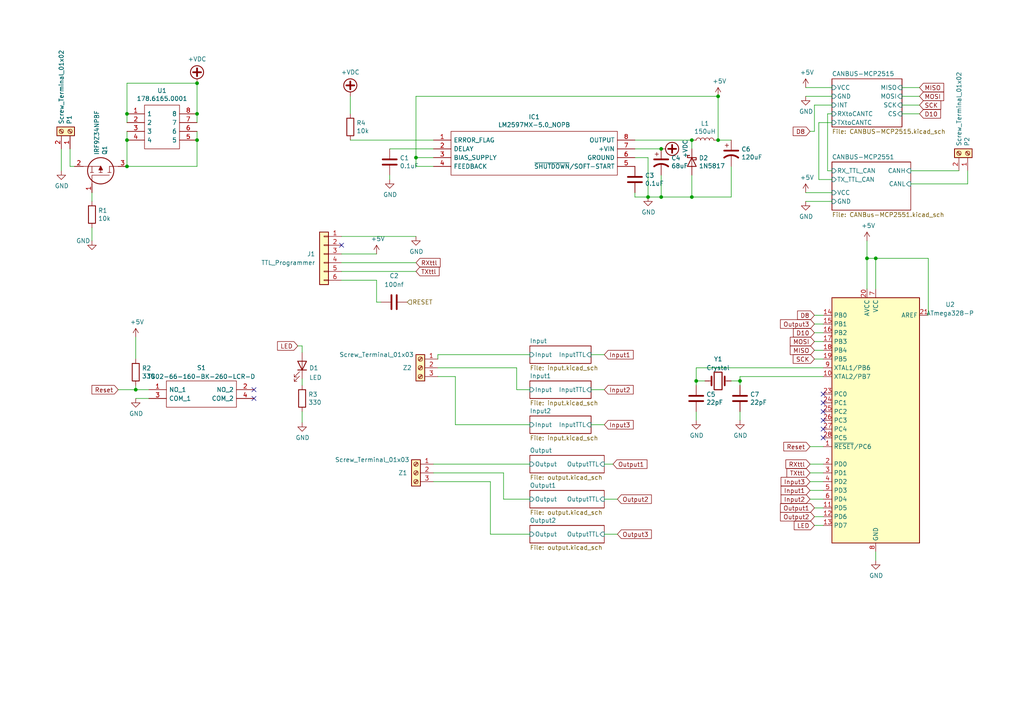
<source format=kicad_sch>
(kicad_sch (version 20231120) (generator "eeschema") (generator_version "8.0")
  (paper "A4")
  (lib_symbols
    (symbol "Connector:Screw_Terminal_01x02" (pin_names (offset 1.016) hide)
      (property "Reference" "J" (at 0 2.54 0))
      (property "Value" "Screw_Terminal_01x02" (at 0 -5.08 0))
      (symbol "Screw_Terminal_01x02_1_1"
        (rectangle (start -1.27 1.27) (end 1.27 -3.81) (stroke (width 0.254)) (fill (type background)))
        (circle (center 0 -2.54) (radius 0.635) (stroke (width 0.1524)))
        (polyline (pts (xy -0.5334 -2.2098) (xy 0.3302 -3.048)) (stroke (width 0.1524)))
        (polyline (pts (xy -0.5334 0.3302) (xy 0.3302 -0.508)) (stroke (width 0.1524)))
        (polyline (pts (xy -0.3556 -2.032) (xy 0.508 -2.8702)) (stroke (width 0.1524)))
        (polyline (pts (xy -0.3556 0.508) (xy 0.508 -0.3302)) (stroke (width 0.1524)))
        (circle (center 0 0) (radius 0.635) (stroke (width 0.1524)))
        (pin passive line (at -5.08 0 0) (length 3.81) (name "Pin_1") (number "1"))
        (pin passive line (at -5.08 -2.54 0) (length 3.81) (name "Pin_2") (number "2"))
      )
    )
    (symbol "Connector:Screw_Terminal_01x03" (pin_names (offset 1.016) hide)
      (property "Reference" "J" (at 0 5.08 0))
      (property "Value" "Screw_Terminal_01x03" (at 0 -5.08 0))
      (symbol "Screw_Terminal_01x03_1_1"
        (rectangle (start -1.27 3.81) (end 1.27 -3.81) (stroke (width 0.254)) (fill (type background)))
        (circle (center 0 -2.54) (radius 0.635) (stroke (width 0.1524)))
        (polyline (pts (xy -0.5334 -2.2098) (xy 0.3302 -3.048)) (stroke (width 0.1524)))
        (polyline (pts (xy -0.5334 0.3302) (xy 0.3302 -0.508)) (stroke (width 0.1524)))
        (polyline (pts (xy -0.5334 2.8702) (xy 0.3302 2.032)) (stroke (width 0.1524)))
        (polyline (pts (xy -0.3556 -2.032) (xy 0.508 -2.8702)) (stroke (width 0.1524)))
        (polyline (pts (xy -0.3556 0.508) (xy 0.508 -0.3302)) (stroke (width 0.1524)))
        (polyline (pts (xy -0.3556 3.048) (xy 0.508 2.2098)) (stroke (width 0.1524)))
        (circle (center 0 0) (radius 0.635) (stroke (width 0.1524)))
        (circle (center 0 2.54) (radius 0.635) (stroke (width 0.1524)))
        (pin passive line (at -5.08 2.54 0) (length 3.81) (name "Pin_1") (number "1"))
        (pin passive line (at -5.08 0 0) (length 3.81) (name "Pin_2") (number "2"))
        (pin passive line (at -5.08 -2.54 0) (length 3.81) (name "Pin_3") (number "3"))
      )
    )
    (symbol "Connector_Generic:Conn_01x06" (pin_names (offset 1.016) hide)
      (property "Reference" "J" (at 0 7.62 0))
      (property "Value" "Conn_01x06" (at 0 -10.16 0))
      (symbol "Conn_01x06_1_1"
        (rectangle (start -1.27 -7.493) (end 0 -7.747) (stroke (width 0.1524)))
        (rectangle (start -1.27 -4.953) (end 0 -5.207) (stroke (width 0.1524)))
        (rectangle (start -1.27 -2.413) (end 0 -2.667) (stroke (width 0.1524)))
        (rectangle (start -1.27 0.127) (end 0 -0.127) (stroke (width 0.1524)))
        (rectangle (start -1.27 2.667) (end 0 2.413) (stroke (width 0.1524)))
        (rectangle (start -1.27 5.207) (end 0 4.953) (stroke (width 0.1524)))
        (rectangle (start -1.27 6.35) (end 1.27 -8.89) (stroke (width 0.254)) (fill (type background)))
        (pin passive line (at -5.08 5.08 0) (length 3.81) (name "Pin_1") (number "1"))
        (pin passive line (at -5.08 2.54 0) (length 3.81) (name "Pin_2") (number "2"))
        (pin passive line (at -5.08 0 0) (length 3.81) (name "Pin_3") (number "3"))
        (pin passive line (at -5.08 -2.54 0) (length 3.81) (name "Pin_4") (number "4"))
        (pin passive line (at -5.08 -5.08 0) (length 3.81) (name "Pin_5") (number "5"))
        (pin passive line (at -5.08 -7.62 0) (length 3.81) (name "Pin_6") (number "6"))
      )
    )
    (symbol "Device:C" (pin_numbers hide) (pin_names (offset 0.254))
      (property "Reference" "C" (at 0.635 2.54 0))
      (property "Value" "C" (at 0.635 -2.54 0))
      (symbol "C_0_1"
        (polyline (pts (xy -2.032 -0.762) (xy 2.032 -0.762)) (stroke (width 0.508)))
        (polyline (pts (xy -2.032 0.762) (xy 2.032 0.762)) (stroke (width 0.508)))
      )
      (symbol "C_1_1"
        (pin passive line (at 0 3.81 270) (length 2.794) (name "~") (number "1"))
        (pin passive line (at 0 -3.81 90) (length 2.794) (name "~") (number "2"))
      )
    )
    (symbol "Device:CP1" (pin_numbers hide) (pin_names (offset 0.254) hide)
      (property "Reference" "C" (at 0.635 2.54 0))
      (property "Value" "Device_CP1" (at 0.635 -2.54 0))
      (symbol "CP1_0_1"
        (polyline (pts (xy -2.032 0.762) (xy 2.032 0.762)) (stroke (width 0.508)))
        (polyline (pts (xy -1.778 2.286) (xy -0.762 2.286)))
        (polyline (pts (xy -1.27 1.778) (xy -1.27 2.794)))
        (arc (start 2.032 -1.27) (mid 0 -0.5572) (end -2.032 -1.27) (stroke (width 0.508)))
      )
      (symbol "CP1_1_1"
        (pin passive line (at 0 3.81 270) (length 2.794) (name "~") (number "1"))
        (pin passive line (at 0 -3.81 90) (length 3.302) (name "~") (number "2"))
      )
    )
    (symbol "Device:Crystal" (pin_numbers hide) (pin_names (offset 1.016) hide)
      (property "Reference" "Y" (at 0 3.81 0))
      (property "Value" "Crystal" (at 0 -3.81 0))
      (symbol "Crystal_0_1"
        (rectangle (start -1.143 2.54) (end 1.143 -2.54) (stroke (width 0.3048)))
        (polyline (pts (xy -2.54 0) (xy -1.905 0)))
        (polyline (pts (xy -1.905 -1.27) (xy -1.905 1.27)) (stroke (width 0.508)))
        (polyline (pts (xy 1.905 -1.27) (xy 1.905 1.27)) (stroke (width 0.508)))
        (polyline (pts (xy 2.54 0) (xy 1.905 0)))
      )
      (symbol "Crystal_1_1"
        (pin passive line (at -3.81 0 0) (length 1.27) (name "1") (number "1"))
        (pin passive line (at 3.81 0 180) (length 1.27) (name "2") (number "2"))
      )
    )
    (symbol "Device:L" (pin_numbers hide) (pin_names (offset 1.016) hide)
      (property "Reference" "L" (at -1.27 0 90))
      (property "Value" "L" (at 1.905 0 90))
      (symbol "L_0_1"
        (arc (start 0 -2.54) (mid 0.6323 -1.905) (end 0 -1.27))
        (arc (start 0 -1.27) (mid 0.6323 -0.635) (end 0 0))
        (arc (start 0 0) (mid 0.6323 0.635) (end 0 1.27))
        (arc (start 0 1.27) (mid 0.6323 1.905) (end 0 2.54))
      )
      (symbol "L_1_1"
        (pin passive line (at 0 3.81 270) (length 1.27) (name "1") (number "1"))
        (pin passive line (at 0 -3.81 90) (length 1.27) (name "2") (number "2"))
      )
    )
    (symbol "Device:LED" (pin_numbers hide) (pin_names (offset 1.016) hide)
      (property "Reference" "D" (at 0 2.54 0))
      (property "Value" "LED" (at 0 -2.54 0))
      (symbol "LED_0_1"
        (polyline (pts (xy -1.27 -1.27) (xy -1.27 1.27)) (stroke (width 0.254)))
        (polyline (pts (xy -1.27 0) (xy 1.27 0)))
        (polyline (pts (xy 1.27 -1.27) (xy 1.27 1.27) (xy -1.27 0) (xy 1.27 -1.27)) (stroke (width 0.254)))
        (polyline (pts (xy -3.048 -0.762) (xy -4.572 -2.286) (xy -3.81 -2.286) (xy -4.572 -2.286) (xy -4.572 -1.524)))
        (polyline (pts (xy -1.778 -0.762) (xy -3.302 -2.286) (xy -2.54 -2.286) (xy -3.302 -2.286) (xy -3.302 -1.524)))
      )
      (symbol "LED_1_1"
        (pin passive line (at -3.81 0 0) (length 2.54) (name "K") (number "1"))
        (pin passive line (at 3.81 0 180) (length 2.54) (name "A") (number "2"))
      )
    )
    (symbol "Device:R" (pin_numbers hide) (pin_names (offset 0))
      (property "Reference" "R" (at 2.032 0 90))
      (property "Value" "R" (at 0 0 90))
      (symbol "R_0_1"
        (rectangle (start -1.016 -2.54) (end 1.016 2.54) (stroke (width 0.254)))
      )
      (symbol "R_1_1"
        (pin passive line (at 0 3.81 270) (length 1.27) (name "~") (number "1"))
        (pin passive line (at 0 -3.81 90) (length 1.27) (name "~") (number "2"))
      )
    )
    (symbol "Diode:1N5817" (pin_numbers hide) (pin_names (offset 1.016) hide)
      (property "Reference" "D" (at 0 2.54 0))
      (property "Value" "1N5817" (at 0 -2.54 0))
      (symbol "1N5817_0_1"
        (polyline (pts (xy 1.27 0) (xy -1.27 0)))
        (polyline (pts (xy 1.27 1.27) (xy 1.27 -1.27) (xy -1.27 0) (xy 1.27 1.27)) (stroke (width 0.254)))
        (polyline (pts (xy -1.905 0.635) (xy -1.905 1.27) (xy -1.27 1.27) (xy -1.27 -1.27) (xy -0.635 -1.27) (xy -0.635 -0.635)) (stroke (width 0.254)))
      )
      (symbol "1N5817_1_1"
        (pin passive line (at -3.81 0 0) (length 2.54) (name "K") (number "1"))
        (pin passive line (at 3.81 0 180) (length 2.54) (name "A") (number "2"))
      )
    )
    (symbol "MCU_Microchip_ATmega:ATmega328-P"
      (property "Reference" "U" (at -12.7 36.83 0))
      (property "Value" "ATmega328-P" (at 2.54 -36.83 0))
      (symbol "ATmega328-P_0_1"
        (rectangle (start -12.7 -35.56) (end 12.7 35.56) (stroke (width 0.254)) (fill (type background)))
      )
      (symbol "ATmega328-P_1_1"
        (pin bidirectional line (at 15.24 -7.62 180) (length 2.54) (name "~{RESET}/PC6") (number "1"))
        (pin bidirectional line (at 15.24 12.7 180) (length 2.54) (name "XTAL2/PB7") (number "10"))
        (pin bidirectional line (at 15.24 -25.4 180) (length 2.54) (name "PD5") (number "11"))
        (pin bidirectional line (at 15.24 -27.94 180) (length 2.54) (name "PD6") (number "12"))
        (pin bidirectional line (at 15.24 -30.48 180) (length 2.54) (name "PD7") (number "13"))
        (pin bidirectional line (at 15.24 30.48 180) (length 2.54) (name "PB0") (number "14"))
        (pin bidirectional line (at 15.24 27.94 180) (length 2.54) (name "PB1") (number "15"))
        (pin bidirectional line (at 15.24 25.4 180) (length 2.54) (name "PB2") (number "16"))
        (pin bidirectional line (at 15.24 22.86 180) (length 2.54) (name "PB3") (number "17"))
        (pin bidirectional line (at 15.24 20.32 180) (length 2.54) (name "PB4") (number "18"))
        (pin bidirectional line (at 15.24 17.78 180) (length 2.54) (name "PB5") (number "19"))
        (pin bidirectional line (at 15.24 -12.7 180) (length 2.54) (name "PD0") (number "2"))
        (pin power_in line (at 2.54 38.1 270) (length 2.54) (name "AVCC") (number "20"))
        (pin passive line (at -15.24 30.48 0) (length 2.54) (name "AREF") (number "21"))
        (pin passive line (at 0 -38.1 90) (length 2.54) hide (name "GND") (number "22"))
        (pin bidirectional line (at 15.24 7.62 180) (length 2.54) (name "PC0") (number "23"))
        (pin bidirectional line (at 15.24 5.08 180) (length 2.54) (name "PC1") (number "24"))
        (pin bidirectional line (at 15.24 2.54 180) (length 2.54) (name "PC2") (number "25"))
        (pin bidirectional line (at 15.24 0 180) (length 2.54) (name "PC3") (number "26"))
        (pin bidirectional line (at 15.24 -2.54 180) (length 2.54) (name "PC4") (number "27"))
        (pin bidirectional line (at 15.24 -5.08 180) (length 2.54) (name "PC5") (number "28"))
        (pin bidirectional line (at 15.24 -15.24 180) (length 2.54) (name "PD1") (number "3"))
        (pin bidirectional line (at 15.24 -17.78 180) (length 2.54) (name "PD2") (number "4"))
        (pin bidirectional line (at 15.24 -20.32 180) (length 2.54) (name "PD3") (number "5"))
        (pin bidirectional line (at 15.24 -22.86 180) (length 2.54) (name "PD4") (number "6"))
        (pin power_in line (at 0 38.1 270) (length 2.54) (name "VCC") (number "7"))
        (pin power_in line (at 0 -38.1 90) (length 2.54) (name "GND") (number "8"))
        (pin bidirectional line (at 15.24 15.24 180) (length 2.54) (name "XTAL1/PB6") (number "9"))
      )
    )
    (symbol "SamacSys_Parts:178.6165.0001" (pin_names (offset 0.762))
      (property "Reference" "U" (at 16.51 7.62 0))
      (property "Value" "SamacSys_Parts_178.6165.0001" (at 16.51 5.08 0))
      (symbol "178.6165.0001_0_0"
        (pin passive line (at 0 0 0) (length 5.08) (name "1") (number "1"))
        (pin passive line (at 0 -2.54 0) (length 5.08) (name "2") (number "2"))
        (pin passive line (at 0 -5.08 0) (length 5.08) (name "3") (number "3"))
        (pin passive line (at 0 -7.62 0) (length 5.08) (name "4") (number "4"))
        (pin passive line (at 20.32 -7.62 180) (length 5.08) (name "5") (number "5"))
        (pin passive line (at 20.32 -5.08 180) (length 5.08) (name "6") (number "6"))
        (pin passive line (at 20.32 -2.54 180) (length 5.08) (name "7") (number "7"))
        (pin passive line (at 20.32 0 180) (length 5.08) (name "8") (number "8"))
      )
      (symbol "178.6165.0001_0_1"
        (polyline (pts (xy 5.08 2.54) (xy 15.24 2.54) (xy 15.24 -10.16) (xy 5.08 -10.16) (xy 5.08 2.54)) (stroke (width 0.1524)))
      )
    )
    (symbol "SamacSys_Parts:IRF9Z34NPBF" (pin_names (offset 0.762))
      (property "Reference" "Q" (at 11.43 3.81 0))
      (property "Value" "SamacSys_Parts_IRF9Z34NPBF" (at 11.43 1.27 0))
      (symbol "IRF9Z34NPBF_0_0"
        (pin passive line (at 0 0 0) (length 2.54) (name "~") (number "1"))
        (pin passive line (at 7.62 -5.08 90) (length 2.54) (name "~") (number "2"))
        (pin passive line (at 7.62 10.16 270) (length 2.54) (name "~") (number "3"))
      )
      (symbol "IRF9Z34NPBF_0_1"
        (polyline (pts (xy 5.842 -0.508) (xy 5.842 0.508)) (stroke (width 0.1524)))
        (polyline (pts (xy 5.842 0) (xy 7.62 0)) (stroke (width 0.1524)))
        (polyline (pts (xy 5.842 2.032) (xy 5.842 3.048)) (stroke (width 0.1524)))
        (polyline (pts (xy 5.842 5.588) (xy 5.842 4.572)) (stroke (width 0.1524)))
        (polyline (pts (xy 7.62 2.54) (xy 5.842 2.54)) (stroke (width 0.1524)))
        (polyline (pts (xy 7.62 2.54) (xy 7.62 -2.54)) (stroke (width 0.1524)))
        (polyline (pts (xy 7.62 5.08) (xy 5.842 5.08)) (stroke (width 0.1524)))
        (polyline (pts (xy 7.62 5.08) (xy 7.62 7.62)) (stroke (width 0.1524)))
        (polyline (pts (xy 2.54 0) (xy 5.08 0) (xy 5.08 5.08)) (stroke (width 0.1524)))
        (polyline (pts (xy 7.62 2.54) (xy 6.604 3.048) (xy 6.604 2.032) (xy 7.62 2.54)) (stroke (width 0.254)) (fill (type outline)))
        (circle (center 6.35 2.54) (radius 3.81) (stroke (width 0.254)))
      )
    )
    (symbol "SamacSys_Parts:LM2597MX-5.0_NOPB" (pin_names (offset 0.762))
      (property "Reference" "IC" (at 54.61 7.62 0))
      (property "Value" "SamacSys_Parts_LM2597MX-5.0_NOPB" (at 54.61 5.08 0))
      (symbol "LM2597MX-5.0_NOPB_0_0"
        (pin passive line (at 0 0 0) (length 5.08) (name "ERROR_FLAG") (number "1"))
        (pin passive line (at 0 -2.54 0) (length 5.08) (name "DELAY") (number "2"))
        (pin passive line (at 0 -5.08 0) (length 5.08) (name "BIAS_SUPPLY") (number "3"))
        (pin passive line (at 0 -7.62 0) (length 5.08) (name "FEEDBACK") (number "4"))
        (pin passive line (at 58.42 -7.62 180) (length 5.08) (name "~{SHUTDOWN}/SOFT-START") (number "5"))
        (pin passive line (at 58.42 -5.08 180) (length 5.08) (name "GROUND") (number "6"))
        (pin passive line (at 58.42 -2.54 180) (length 5.08) (name "+VIN") (number "7"))
        (pin passive line (at 58.42 0 180) (length 5.08) (name "OUTPUT") (number "8"))
      )
      (symbol "LM2597MX-5.0_NOPB_0_1"
        (polyline (pts (xy 5.08 2.54) (xy 53.34 2.54) (xy 53.34 -10.16) (xy 5.08 -10.16) (xy 5.08 2.54)) (stroke (width 0.1524)))
      )
    )
    (symbol "SamacSys_Parts:TS02-66-160-BK-260-LCR-D" (pin_names (offset 0.762))
      (property "Reference" "S" (at 26.67 7.62 0))
      (property "Value" "TS02-66-160-BK-260-LCR-D" (at 26.67 5.08 0))
      (symbol "TS02-66-160-BK-260-LCR-D_0_0"
        (pin passive line (at 0 0 0) (length 5.08) (name "NO_1") (number "1"))
        (pin passive line (at 30.48 0 180) (length 5.08) (name "NO_2") (number "2"))
        (pin passive line (at 0 -2.54 0) (length 5.08) (name "COM_1") (number "3"))
        (pin passive line (at 30.48 -2.54 180) (length 5.08) (name "COM_2") (number "4"))
      )
      (symbol "TS02-66-160-BK-260-LCR-D_0_1"
        (polyline (pts (xy 5.08 2.54) (xy 25.4 2.54) (xy 25.4 -5.08) (xy 5.08 -5.08) (xy 5.08 2.54)) (stroke (width 0.1524)))
      )
    )
    (symbol "power:+5V" (power) (pin_names (offset 0))
      (property "Value" "+5V" (at 0 3.556 0))
      (symbol "+5V_0_1"
        (polyline (pts (xy -0.762 1.27) (xy 0 2.54)))
        (polyline (pts (xy 0 0) (xy 0 2.54)))
        (polyline (pts (xy 0 2.54) (xy 0.762 1.27)))
      )
      (symbol "+5V_1_1"
        (pin power_in line (at 0 0 90) (length 0) hide (name "+5V") (number "1"))
      )
    )
    (symbol "power:+VDC" (power) (pin_names (offset 0))
      (property "Value" "+VDC" (at 0 6.35 0))
      (symbol "+VDC_0_1"
        (polyline (pts (xy -1.143 3.175) (xy 1.143 3.175)) (stroke (width 0.508)))
        (polyline (pts (xy 0 0) (xy 0 1.27)))
        (polyline (pts (xy 0 2.032) (xy 0 4.318)) (stroke (width 0.508)))
        (circle (center 0 3.175) (radius 1.905) (stroke (width 0.254)))
      )
      (symbol "+VDC_1_1"
        (pin power_in line (at 0 0 90) (length 0) hide (name "+VDC") (number "1"))
      )
    )
    (symbol "power:GND" (power) (pin_names (offset 0))
      (property "Value" "GND" (at 0 -3.81 0))
      (symbol "GND_0_1"
        (polyline (pts (xy 0 0) (xy 0 -1.27) (xy 1.27 -1.27) (xy 0 -2.54) (xy -1.27 -1.27) (xy 0 -1.27)))
      )
      (symbol "GND_1_1"
        (pin power_in line (at 0 0 270) (length 0) hide (name "GND") (number "1"))
      )
    )
  )
  (junction (at 200.66 57.15))
  (junction (at 39.37 113.03))
  (junction (at 200.66 40.64))
  (junction (at 208.28 40.64))
  (junction (at 57.15 40.64))
  (junction (at 57.15 33.02))
  (junction (at 36.83 40.64))
  (junction (at 191.77 57.15))
  (junction (at 251.46 74.93))
  (junction (at 120.65 45.72))
  (junction (at 57.15 24.13))
  (junction (at 208.28 27.94))
  (junction (at 201.93 110.49))
  (junction (at 191.77 43.18))
  (junction (at 36.83 33.02))
  (junction (at 36.83 48.26))
  (junction (at 187.96 57.15))
  (junction (at 254 74.93))
  (junction (at 214.63 110.49))
  (no_connect (at 238.76 121.92))
  (no_connect (at 73.66 113.03))
  (no_connect (at 238.76 124.46))
  (no_connect (at 238.76 119.38))
  (no_connect (at 73.66 115.57))
  (no_connect (at 99.06 71.12))
  (no_connect (at 238.76 127))
  (no_connect (at 238.76 116.84))
  (no_connect (at 238.76 114.3))
  (wire (pts (xy 175.26 144.78) (xy 179.07 144.78)))
  (wire (pts (xy 101.6 33.02) (xy 101.6 27.94)))
  (wire (pts (xy 20.32 48.26) (xy 20.32 43.18)))
  (wire (pts (xy 171.45 102.87) (xy 175.26 102.87)))
  (wire (pts (xy 99.06 68.58) (xy 120.65 68.58)))
  (wire (pts (xy 36.83 35.56) (xy 36.83 33.02)))
  (wire (pts (xy 254 160.02) (xy 254 162.56)))
  (wire (pts (xy 234.95 142.24) (xy 238.76 142.24)))
  (wire (pts (xy 240.03 33.02) (xy 240.03 49.53)))
  (wire (pts (xy 120.65 48.26) (xy 120.65 45.72)))
  (wire (pts (xy 201.93 110.49) (xy 201.93 111.76)))
  (wire (pts (xy 212.09 57.15) (xy 200.66 57.15)))
  (wire (pts (xy 109.22 87.63) (xy 110.49 87.63)))
  (wire (pts (xy 39.37 111.76) (xy 39.37 113.03)))
  (wire (pts (xy 236.22 91.44) (xy 238.76 91.44)))
  (wire (pts (xy 109.22 81.28) (xy 99.06 81.28)))
  (wire (pts (xy 125.73 137.16) (xy 146.05 137.16)))
  (wire (pts (xy 39.37 97.79) (xy 39.37 104.14)))
  (wire (pts (xy 214.63 119.38) (xy 214.63 121.92)))
  (wire (pts (xy 236.22 99.06) (xy 238.76 99.06)))
  (wire (pts (xy 39.37 113.03) (xy 43.18 113.03)))
  (wire (pts (xy 175.26 134.62) (xy 177.8 134.62)))
  (wire (pts (xy 142.24 154.94) (xy 153.67 154.94)))
  (wire (pts (xy 240.03 49.53) (xy 241.3 49.53)))
  (wire (pts (xy 132.08 123.19) (xy 132.08 109.22)))
  (wire (pts (xy 236.22 96.52) (xy 238.76 96.52)))
  (wire (pts (xy 127 106.68) (xy 149.86 106.68)))
  (wire (pts (xy 261.62 27.94) (xy 266.7 27.94)))
  (wire (pts (xy 236.22 104.14) (xy 238.76 104.14)))
  (wire (pts (xy 236.22 152.4) (xy 238.76 152.4)))
  (wire (pts (xy 149.86 113.03) (xy 153.67 113.03)))
  (wire (pts (xy 212.09 48.26) (xy 212.09 57.15)))
  (wire (pts (xy 254 74.93) (xy 251.46 74.93)))
  (wire (pts (xy 200.66 50.8) (xy 200.66 57.15)))
  (wire (pts (xy 26.67 66.04) (xy 26.67 69.85)))
  (wire (pts (xy 109.22 87.63) (xy 109.22 81.28)))
  (wire (pts (xy 184.15 57.15) (xy 187.96 57.15)))
  (wire (pts (xy 17.78 49.53) (xy 17.78 43.18)))
  (wire (pts (xy 233.68 25.4) (xy 241.3 25.4)))
  (wire (pts (xy 269.24 91.44) (xy 269.24 74.93)))
  (wire (pts (xy 261.62 30.48) (xy 266.7 30.48)))
  (wire (pts (xy 146.05 144.78) (xy 153.67 144.78)))
  (wire (pts (xy 125.73 48.26) (xy 120.65 48.26)))
  (wire (pts (xy 120.65 45.72) (xy 120.65 27.94)))
  (wire (pts (xy 120.65 27.94) (xy 208.28 27.94)))
  (wire (pts (xy 125.73 40.64) (xy 101.6 40.64)))
  (wire (pts (xy 200.66 40.64) (xy 184.15 40.64)))
  (wire (pts (xy 142.24 139.7) (xy 142.24 154.94)))
  (wire (pts (xy 36.83 24.13) (xy 36.83 33.02)))
  (wire (pts (xy 201.93 106.68) (xy 201.93 110.49)))
  (wire (pts (xy 191.77 50.8) (xy 191.77 57.15)))
  (wire (pts (xy 171.45 113.03) (xy 175.26 113.03)))
  (wire (pts (xy 234.95 137.16) (xy 238.76 137.16)))
  (wire (pts (xy 87.63 100.33) (xy 87.63 102.235)))
  (wire (pts (xy 234.95 134.62) (xy 238.76 134.62)))
  (wire (pts (xy 99.06 73.66) (xy 109.22 73.66)))
  (wire (pts (xy 212.09 110.49) (xy 214.63 110.49)))
  (wire (pts (xy 251.46 74.93) (xy 251.46 83.82)))
  (wire (pts (xy 191.77 57.15) (xy 187.96 57.15)))
  (wire (pts (xy 254 74.93) (xy 254 83.82)))
  (wire (pts (xy 125.73 43.18) (xy 113.03 43.18)))
  (wire (pts (xy 234.95 139.7) (xy 238.76 139.7)))
  (wire (pts (xy 261.62 25.4) (xy 266.7 25.4)))
  (wire (pts (xy 233.68 58.42) (xy 241.3 58.42)))
  (wire (pts (xy 153.67 102.87) (xy 127 102.87)))
  (wire (pts (xy 26.67 58.42) (xy 26.67 55.88)))
  (wire (pts (xy 36.83 24.13) (xy 57.15 24.13)))
  (wire (pts (xy 214.63 109.22) (xy 214.63 110.49)))
  (wire (pts (xy 237.49 35.56) (xy 237.49 52.07)))
  (wire (pts (xy 208.28 27.94) (xy 208.28 40.64)))
  (wire (pts (xy 171.45 123.19) (xy 175.26 123.19)))
  (wire (pts (xy 175.26 154.94) (xy 179.07 154.94)))
  (wire (pts (xy 153.67 123.19) (xy 132.08 123.19)))
  (wire (pts (xy 184.15 55.88) (xy 184.15 57.15)))
  (wire (pts (xy 125.73 134.62) (xy 153.67 134.62)))
  (wire (pts (xy 57.15 48.26) (xy 57.15 40.64)))
  (wire (pts (xy 269.24 74.93) (xy 254 74.93)))
  (wire (pts (xy 233.68 55.88) (xy 241.3 55.88)))
  (wire (pts (xy 201.93 119.38) (xy 201.93 121.92)))
  (wire (pts (xy 280.67 53.34) (xy 280.67 49.53)))
  (wire (pts (xy 120.65 45.72) (xy 125.73 45.72)))
  (wire (pts (xy 57.15 33.02) (xy 57.15 24.13)))
  (wire (pts (xy 261.62 33.02) (xy 266.7 33.02)))
  (wire (pts (xy 201.93 106.68) (xy 238.76 106.68)))
  (wire (pts (xy 127 102.87) (xy 127 104.14)))
  (wire (pts (xy 87.63 109.855) (xy 87.63 111.76)))
  (wire (pts (xy 57.15 35.56) (xy 57.15 33.02)))
  (wire (pts (xy 187.96 45.72) (xy 187.96 57.15)))
  (wire (pts (xy 36.83 38.1) (xy 36.83 40.64)))
  (wire (pts (xy 234.95 129.54) (xy 238.76 129.54)))
  (wire (pts (xy 241.3 30.48) (xy 236.22 30.48)))
  (wire (pts (xy 236.22 149.86) (xy 238.76 149.86)))
  (wire (pts (xy 200.66 43.18) (xy 200.66 40.64)))
  (wire (pts (xy 236.22 147.32) (xy 238.76 147.32)))
  (wire (pts (xy 191.77 43.18) (xy 184.15 43.18)))
  (wire (pts (xy 236.22 93.98) (xy 238.76 93.98)))
  (wire (pts (xy 236.22 30.48) (xy 236.22 38.1)))
  (wire (pts (xy 204.47 110.49) (xy 201.93 110.49)))
  (wire (pts (xy 208.28 40.64) (xy 212.09 40.64)))
  (wire (pts (xy 234.95 144.78) (xy 238.76 144.78)))
  (wire (pts (xy 251.46 69.85) (xy 251.46 74.93)))
  (wire (pts (xy 237.49 52.07) (xy 241.3 52.07)))
  (wire (pts (xy 125.73 139.7) (xy 142.24 139.7)))
  (wire (pts (xy 236.22 101.6) (xy 238.76 101.6)))
  (wire (pts (xy 146.05 137.16) (xy 146.05 144.78)))
  (wire (pts (xy 264.16 49.53) (xy 278.13 49.53)))
  (wire (pts (xy 57.15 40.64) (xy 57.15 38.1)))
  (wire (pts (xy 21.59 48.26) (xy 20.32 48.26)))
  (wire (pts (xy 236.22 38.1) (xy 234.95 38.1)))
  (wire (pts (xy 34.29 113.03) (xy 39.37 113.03)))
  (wire (pts (xy 241.3 33.02) (xy 240.03 33.02)))
  (wire (pts (xy 99.06 76.2) (xy 120.65 76.2)))
  (wire (pts (xy 149.86 106.68) (xy 149.86 113.03)))
  (wire (pts (xy 99.06 78.74) (xy 120.65 78.74)))
  (wire (pts (xy 200.66 57.15) (xy 191.77 57.15)))
  (wire (pts (xy 36.83 40.64) (xy 36.83 48.26)))
  (wire (pts (xy 39.37 115.57) (xy 43.18 115.57)))
  (wire (pts (xy 36.83 48.26) (xy 57.15 48.26)))
  (wire (pts (xy 214.63 110.49) (xy 214.63 111.76)))
  (wire (pts (xy 86.36 100.33) (xy 87.63 100.33)))
  (wire (pts (xy 184.15 45.72) (xy 187.96 45.72)))
  (wire (pts (xy 214.63 109.22) (xy 238.76 109.22)))
  (wire (pts (xy 132.08 109.22) (xy 127 109.22)))
  (wire (pts (xy 87.63 119.38) (xy 87.63 122.555)))
  (wire (pts (xy 241.3 35.56) (xy 237.49 35.56)))
  (wire (pts (xy 233.68 27.94) (xy 241.3 27.94)))
  (wire (pts (xy 113.03 52.07) (xy 113.03 50.8)))
  (wire (pts (xy 264.16 53.34) (xy 280.67 53.34)))
  (global_label "Input1" (shape input) (at 175.26 102.87 0) (property "Intersheetrefs" "${INTERSHEET_REFS}" (effects (hide yes))))
  (global_label "LED" (shape input) (at 236.22 152.4 180) (property "Intersheetrefs" "${INTERSHEET_REFS}" (effects (hide yes))))
  (global_label "Input2" (shape input) (at 234.95 144.78 180) (property "Intersheetrefs" "${INTERSHEET_REFS}" (effects (hide yes))))
  (global_label "Output2" (shape input) (at 236.22 149.86 180) (property "Intersheetrefs" "${INTERSHEET_REFS}" (effects (hide yes))))
  (global_label "Output1" (shape input) (at 236.22 147.32 180) (property "Intersheetrefs" "${INTERSHEET_REFS}" (effects (hide yes))))
  (global_label "SCK" (shape input) (at 236.22 104.14 180) (property "Intersheetrefs" "${INTERSHEET_REFS}" (effects (hide yes))))
  (global_label "LED" (shape input) (at 86.36 100.33 180) (property "Intersheetrefs" "${INTERSHEET_REFS}" (effects (hide yes))))
  (global_label "Input3" (shape input) (at 234.95 139.7 180) (property "Intersheetrefs" "${INTERSHEET_REFS}" (effects (hide yes))))
  (global_label "Reset" (shape input) (at 234.95 129.54 180) (property "Intersheetrefs" "${INTERSHEET_REFS}" (effects (hide yes))))
  (global_label "Input1" (shape input) (at 234.95 142.24 180) (property "Intersheetrefs" "${INTERSHEET_REFS}" (effects (hide yes))))
  (global_label "Input2" (shape input) (at 175.26 113.03 0) (property "Intersheetrefs" "${INTERSHEET_REFS}" (effects (hide yes))))
  (global_label "MISO" (shape input) (at 266.7 25.4 0) (property "Intersheetrefs" "${INTERSHEET_REFS}" (effects (hide yes))))
  (global_label "Output3" (shape input) (at 236.22 93.98 180) (property "Intersheetrefs" "${INTERSHEET_REFS}" (effects (hide yes))))
  (global_label "MOSI" (shape input) (at 266.7 27.94 0) (property "Intersheetrefs" "${INTERSHEET_REFS}" (effects (hide yes))))
  (global_label "Output1" (shape input) (at 177.8 134.62 0) (property "Intersheetrefs" "${INTERSHEET_REFS}" (effects (hide yes))))
  (global_label "TXttl" (shape input) (at 120.65 78.74 0) (property "Intersheetrefs" "${INTERSHEET_REFS}" (effects (hide yes))))
  (global_label "TXttl" (shape input) (at 234.95 137.16 180) (property "Intersheetrefs" "${INTERSHEET_REFS}" (effects (hide yes))))
  (global_label "RXttl" (shape input) (at 234.95 134.62 180) (property "Intersheetrefs" "${INTERSHEET_REFS}" (effects (hide yes))))
  (global_label "D8" (shape input) (at 234.95 38.1 180) (property "Intersheetrefs" "${INTERSHEET_REFS}" (effects (hide yes))))
  (global_label "Reset" (shape input) (at 34.29 113.03 180) (property "Intersheetrefs" "${INTERSHEET_REFS}" (effects (hide yes))))
  (global_label "Input3" (shape input) (at 175.26 123.19 0) (property "Intersheetrefs" "${INTERSHEET_REFS}" (effects (hide yes))))
  (global_label "MISO" (shape input) (at 236.22 101.6 180) (property "Intersheetrefs" "${INTERSHEET_REFS}" (effects (hide yes))))
  (global_label "Output2" (shape input) (at 179.07 144.78 0) (property "Intersheetrefs" "${INTERSHEET_REFS}" (effects (hide yes))))
  (global_label "Output3" (shape input) (at 179.07 154.94 0) (property "Intersheetrefs" "${INTERSHEET_REFS}" (effects (hide yes))))
  (global_label "D10" (shape input) (at 236.22 96.52 180) (property "Intersheetrefs" "${INTERSHEET_REFS}" (effects (hide yes))))
  (global_label "D8" (shape input) (at 236.22 91.44 180) (property "Intersheetrefs" "${INTERSHEET_REFS}" (effects (hide yes))))
  (global_label "MOSI" (shape input) (at 236.22 99.06 180) (property "Intersheetrefs" "${INTERSHEET_REFS}" (effects (hide yes))))
  (global_label "D10" (shape input) (at 266.7 33.02 0) (property "Intersheetrefs" "${INTERSHEET_REFS}" (effects (hide yes))))
  (global_label "SCK" (shape input) (at 266.7 30.48 0) (property "Intersheetrefs" "${INTERSHEET_REFS}" (effects (hide yes))))
  (global_label "RXttl" (shape input) (at 120.65 76.2 0) (property "Intersheetrefs" "${INTERSHEET_REFS}" (effects (hide yes))))
  (hierarchical_label "RESET" (shape input) (at 118.11 87.63 0))
  (symbol (lib_id "SamacSys_Parts:LM2597MX-5.0_NOPB") (at 125.73 40.64 0) (unit 1)
    (property "Reference" "IC1" (at 154.94 33.909 0))
    (property "Value" "LM2597MX-5.0_NOPB" (at 154.94 36.2204 0))
    (property "Footprint" "SamacSys_Parts:SOIC127P600X175-8N" (effects (hide yes)))
    (property "Datasheet" "http://www.ti.com/lit/gpn/LM2597" (effects (hide yes)))
    (property "Description" "SIMPLE SWITCHER Power Converter 150 kHz 0.5A Step-Down Voltage Regulator" (effects (hide yes)))
    (property "Height" "1.75" (effects (hide yes)))
    (property "Mouser Part Number" "926-LM2597MX50NOPB" (effects (hide yes)))
    (property "Mouser Price/Stock" "https://www.mouser.com/Search/Refine.aspx?Keyword=926-LM2597MX50NOPB" (effects (hide yes)))
    (property "Manufacturer_Name" "Texas Instruments" (effects (hide yes)))
    (property "Manufacturer_Part_Number" "LM2597MX-5.0/NOPB" (effects (hide yes)))
  )
  (symbol (lib_id "power:GND") (at 39.37 115.57 0) (unit 1)
    (property "Reference" "#PWR04" (effects (hide yes)))
    (property "Value" "GND" (at 39.497 119.9642 0))
  )
  (symbol (lib_id "SamacSys_Parts:IRF9Z34NPBF") (at 26.67 55.88 270) (mirror x) (unit 1)
    (property "Reference" "Q1" (at 30.3784 44.958 0) (effects (justify left)))
    (property "Value" "IRF9Z34NPBF" (at 28.067 44.958 0) (effects (justify left)))
    (property "Footprint" "SamacSys_Parts:TO254P469X1042X1967-3P" (effects (hide yes)))
    (property "Datasheet" "https://www.infineon.com/dgdl/irf9z34npbf.pdf?fileId=5546d462533600a40153561220af1ddd" (effects (hide yes)))
    (property "Description" "MOSFET MOSFT PCh -55V -17A 100mOhm 23.3nC" (effects (hide yes)))
    (property "Height" "4.69" (effects (hide yes)))
    (property "Mouser Part Number" "942-IRF9Z34NPBF" (effects (hide yes)))
    (property "Mouser Price/Stock" "https://www.mouser.co.uk/ProductDetail/Infineon-IR/IRF9Z34NPBF?qs=9%252BKlkBgLFf16a%2FvlD%252BMCtQ%3D%3D" (effects (hide yes)))
    (property "Manufacturer_Name" "Infineon" (effects (hide yes)))
    (property "Manufacturer_Part_Number" "IRF9Z34NPBF" (effects (hide yes)))
  )
  (symbol (lib_id "Device:L") (at 204.47 40.64 90) (unit 1)
    (property "Reference" "L1" (at 204.47 35.814 90))
    (property "Value" "150uH" (at 204.47 38.1254 90))
    (property "Footprint" "Inductor_THT:L_Axial_L6.6mm_D2.7mm_P10.16mm_Horizontal_Vishay_IM-2" (effects (hide yes)))
  )
  (symbol (lib_id "Connector:Screw_Terminal_01x03") (at 120.65 137.16 0) (mirror y) (unit 1)
    (property "Reference" "Z1" (at 116.84 137.16 0))
    (property "Value" "Screw_Terminal_01x03" (at 107.95 133.35 0))
    (property "Footprint" "TerminalBlock_Phoenix:TerminalBlock_Phoenix_MKDS-1,5-3-5.08_1x03_P5.08mm_Horizontal" (effects (hide yes)))
  )
  (symbol (lib_id "power:GND") (at 113.03 52.07 0) (unit 1)
    (property "Reference" "#PWR09" (effects (hide yes)))
    (property "Value" "GND" (at 113.157 56.4642 0))
  )
  (symbol (lib_id "Device:CP1") (at 212.09 44.45 0) (unit 1)
    (property "Reference" "C6" (at 215.011 43.2816 0) (effects (justify left)))
    (property "Value" "120uF" (at 215.011 45.593 0) (effects (justify left)))
    (property "Footprint" "Capacitor_THT:CP_Radial_D8.0mm_P3.50mm" (effects (hide yes)))
  )
  (symbol (lib_id "Device:C") (at 184.15 52.07 0) (unit 1)
    (property "Reference" "C3" (at 187.071 50.9016 0) (effects (justify left)))
    (property "Value" "0.1uF" (at 187.071 53.213 0) (effects (justify left)))
    (property "Footprint" "Capacitor_THT:C_Disc_D4.7mm_W2.5mm_P5.00mm" (effects (hide yes)))
  )
  (symbol (lib_id "power:GND") (at 120.65 68.58 0) (unit 1)
    (property "Reference" "#PWR010" (effects (hide yes)))
    (property "Value" "GND" (at 120.777 72.9742 0))
  )
  (symbol (lib_id "power:+5V") (at 39.37 97.79 0) (unit 1)
    (property "Reference" "#PWR03" (effects (hide yes)))
    (property "Value" "+5V" (at 39.751 93.3958 0))
  )
  (symbol (lib_id "Device:R") (at 101.6 36.83 0) (unit 1)
    (property "Reference" "R4" (at 103.378 35.6616 0) (effects (justify left)))
    (property "Value" "10k" (at 103.378 37.973 0) (effects (justify left)))
    (property "Footprint" "Resistor_SMD:R_1206_3216Metric_Pad1.30x1.75mm_HandSolder" (effects (hide yes)))
  )
  (symbol (lib_id "power:GND") (at 254 162.56 0) (unit 1)
    (property "Reference" "#PWR021" (effects (hide yes)))
    (property "Value" "GND" (at 254.127 166.9542 0))
  )
  (symbol (lib_id "Device:CP1") (at 191.77 46.99 0) (unit 1)
    (property "Reference" "C4" (at 194.691 45.8216 0) (effects (justify left)))
    (property "Value" "68uF" (at 194.691 48.133 0) (effects (justify left)))
    (property "Footprint" "Capacitor_THT:CP_Radial_D8.0mm_P3.50mm" (effects (hide yes)))
  )
  (symbol (lib_id "power:GND") (at 87.63 122.555 0) (unit 1)
    (property "Reference" "#PWR06" (effects (hide yes)))
    (property "Value" "GND" (at 87.757 126.9492 0))
  )
  (symbol (lib_id "power:+5V") (at 233.68 55.88 0) (unit 1)
    (property "Reference" "#PWR018" (effects (hide yes)))
    (property "Value" "+5V" (at 234.061 51.4858 0))
  )
  (symbol (lib_id "power:+5V") (at 251.46 69.85 0) (unit 1)
    (property "Reference" "#PWR020" (effects (hide yes)))
    (property "Value" "+5V" (at 251.841 65.4558 0))
  )
  (symbol (lib_id "Device:C") (at 201.93 115.57 0) (unit 1)
    (property "Reference" "C5" (at 204.851 114.4016 0) (effects (justify left)))
    (property "Value" "22pF" (at 204.851 116.713 0) (effects (justify left)))
    (property "Footprint" "Capacitor_SMD:C_1206_3216Metric_Pad1.33x1.80mm_HandSolder" (effects (hide yes)))
  )
  (symbol (lib_id "Device:R") (at 39.37 107.95 0) (unit 1)
    (property "Reference" "R2" (at 41.148 106.7816 0) (effects (justify left)))
    (property "Value" "330" (at 41.148 109.093 0) (effects (justify left)))
    (property "Footprint" "Resistor_SMD:R_1206_3216Metric_Pad1.30x1.75mm_HandSolder" (effects (hide yes)))
  )
  (symbol (lib_id "power:GND") (at 233.68 27.94 0) (unit 1)
    (property "Reference" "#PWR017" (effects (hide yes)))
    (property "Value" "GND" (at 233.807 32.3342 0))
  )
  (symbol (lib_id "power:+VDC") (at 191.77 43.18 270) (mirror x) (unit 1)
    (property "Reference" "#PWR012" (effects (hide yes)))
    (property "Value" "+VDC" (at 198.755 43.18 0))
  )
  (symbol (lib_id "power:GND") (at 17.78 49.53 0) (unit 1)
    (property "Reference" "#PWR01" (effects (hide yes)))
    (property "Value" "GND" (at 17.907 53.9242 0))
  )
  (symbol (lib_id "Device:C") (at 113.03 46.99 0) (unit 1)
    (property "Reference" "C1" (at 115.951 45.8216 0) (effects (justify left)))
    (property "Value" "0.1uF" (at 115.951 48.133 0) (effects (justify left)))
    (property "Footprint" "Capacitor_THT:C_Disc_D4.7mm_W2.5mm_P5.00mm" (effects (hide yes)))
  )
  (symbol (lib_id "Device:R") (at 87.63 115.57 0) (unit 1)
    (property "Reference" "R3" (at 89.408 114.4016 0) (effects (justify left)))
    (property "Value" "330" (at 89.408 116.713 0) (effects (justify left)))
    (property "Footprint" "Resistor_SMD:R_1206_3216Metric_Pad1.30x1.75mm_HandSolder" (effects (hide yes)))
  )
  (symbol (lib_id "Connector_Generic:Conn_01x06") (at 93.98 73.66 0) (mirror y) (unit 1)
    (property "Reference" "J1" (at 91.44 73.6599 0) (effects (justify left)))
    (property "Value" "TTL_Programmer" (at 91.44 76.1999 0) (effects (justify left)))
    (property "Footprint" "Connector_PinHeader_2.54mm:PinHeader_1x06_P2.54mm_Vertical" (effects (hide yes)))
    (property "Description" "Generic connector, single row, 01x06, script generated (kicad-library-utils/schlib/autogen/connector/)" (effects (hide yes)))
  )
  (symbol (lib_id "power:GND") (at 233.68 58.42 0) (unit 1)
    (property "Reference" "#PWR019" (effects (hide yes)))
    (property "Value" "GND" (at 233.807 62.8142 0))
  )
  (symbol (lib_id "Device:C") (at 214.63 115.57 0) (unit 1)
    (property "Reference" "C7" (at 217.551 114.4016 0) (effects (justify left)))
    (property "Value" "22pF" (at 217.551 116.713 0) (effects (justify left)))
    (property "Footprint" "Capacitor_SMD:C_1206_3216Metric_Pad1.33x1.80mm_HandSolder" (effects (hide yes)))
  )
  (symbol (lib_id "Connector:Screw_Terminal_01x03") (at 121.92 106.68 0) (mirror y) (unit 1)
    (property "Reference" "Z2" (at 118.11 106.68 0))
    (property "Value" "Screw_Terminal_01x03" (at 109.22 102.87 0))
    (property "Footprint" "TerminalBlock_Phoenix:TerminalBlock_Phoenix_MKDS-1,5-3-5.08_1x03_P5.08mm_Horizontal" (effects (hide yes)))
  )
  (symbol (lib_id "power:+5V") (at 208.28 27.94 0) (unit 1)
    (property "Reference" "#PWR014" (effects (hide yes)))
    (property "Value" "+5V" (at 208.661 23.5458 0))
  )
  (symbol (lib_id "power:+VDC") (at 101.6 27.94 0) (unit 1)
    (property "Reference" "#PWR07" (effects (hide yes)))
    (property "Value" "+VDC" (at 101.6 20.955 0))
  )
  (symbol (lib_id "Connector:Screw_Terminal_01x02") (at 280.67 44.45 270) (mirror x) (unit 1)
    (property "Reference" "P2" (at 280.4668 42.418 0) (effects (justify left)))
    (property "Value" "Screw_Terminal_01x02" (at 278.1554 42.418 0) (effects (justify left)))
    (property "Footprint" "TerminalBlock_Phoenix:TerminalBlock_Phoenix_MKDS-1,5-2-5.08_1x02_P5.08mm_Horizontal" (effects (hide yes)))
  )
  (symbol (lib_id "MCU_Microchip_ATmega:ATmega328-P") (at 254 121.92 0) (mirror y) (unit 1)
    (property "Reference" "U2" (at 275.59 88.3159 0))
    (property "Value" "ATmega328-P" (at 275.59 90.8559 0))
    (property "Footprint" "Package_DIP:DIP-28_W7.62mm" (effects (hide yes)))
    (property "Datasheet" "http://ww1.microchip.com/downloads/en/DeviceDoc/ATmega328_P%20AVR%20MCU%20with%20picoPower%20Technology%20Data%20Sheet%2040001984A.pdf" (effects (hide yes)))
  )
  (symbol (lib_id "power:GND") (at 187.96 57.15 0) (unit 1)
    (property "Reference" "#PWR011" (effects (hide yes)))
    (property "Value" "GND" (at 188.087 61.5442 0))
  )
  (symbol (lib_id "Device:Crystal") (at 208.28 110.49 0) (unit 1)
    (property "Reference" "Y1" (at 208.28 104.14 0))
    (property "Value" "Crystal" (at 208.28 106.68 0))
    (property "Footprint" "Crystal:Crystal_HC49-U_Vertical" (effects (hide yes)))
  )
  (symbol (lib_id "SamacSys_Parts:178.6165.0001") (at 36.83 33.02 0) (unit 1)
    (property "Reference" "U1" (at 46.99 26.289 0))
    (property "Value" "178.6165.0001" (at 46.99 28.6004 0))
    (property "Footprint" "SamacSys_Parts:17861650001" (effects (hide yes)))
    (property "Description" "FLR PCB FUSE HOLDER FOR ATO STYLE BLADE FUSE RATED 58V" (effects (hide yes)))
    (property "Height" "17.5" (effects (hide yes)))
    (property "Mouser Part Number" "576-178.6165.0001" (effects (hide yes)))
    (property "Mouser Price/Stock" "https://www.mouser.co.uk/ProductDetail/Littelfuse/17861650001?qs=CSLd874fYV1KI1oBGU5EQg%3D%3D" (effects (hide yes)))
    (property "Manufacturer_Name" "LITTELFUSE" (effects (hide yes)))
    (property "Manufacturer_Part_Number" "178.6165.0001" (effects (hide yes)))
  )
  (symbol (lib_id "SamacSys_Parts:TS02-66-160-BK-260-LCR-D") (at 43.18 113.03 0) (unit 1)
    (property "Reference" "S1" (at 58.42 106.68 0))
    (property "Value" "TS02-66-160-BK-260-LCR-D" (at 58.42 109.22 0))
    (property "Footprint" "SamacSys_Parts:TS0266160BK260LCRD" (effects (hide yes)))
    (property "Datasheet" "https://www.cuidevices.com/product/resource/ts02.pdf" (effects (hide yes)))
    (property "Description" "Tactile Switches 6 x 6 mm, 16 mm Act Height, 260 gf, Black, Long Crimped, Through Hole, SPST," (effects (hide yes)))
    (property "Height" "16.2" (effects (hide yes)))
    (property "Mouser Part Number" "179-TS0266160BK260LC" (effects (hide yes)))
    (property "Mouser Price/Stock" "https://www.mouser.co.uk/ProductDetail/CUI-Devices/TS02-66-160-BK-260-LCR-D?qs=A6eO%252BMLsxmR2iSh4nOToMQ%3D%3D" (effects (hide yes)))
    (property "Manufacturer_Name" "CUI Devices" (effects (hide yes)))
    (property "Manufacturer_Part_Number" "TS02-66-160-BK-260-LCR-D" (effects (hide yes)))
  )
  (symbol (lib_id "power:+5V") (at 233.68 25.4 0) (unit 1)
    (property "Reference" "#PWR016" (effects (hide yes)))
    (property "Value" "+5V" (at 234.061 21.0058 0))
  )
  (symbol (lib_id "Connector:Screw_Terminal_01x02") (at 20.32 38.1 270) (mirror x) (unit 1)
    (property "Reference" "P1" (at 20.1168 36.068 0) (effects (justify left)))
    (property "Value" "Screw_Terminal_01x02" (at 17.8054 36.068 0) (effects (justify left)))
    (property "Footprint" "TerminalBlock_Phoenix:TerminalBlock_Phoenix_MKDS-1,5-2-5.08_1x02_P5.08mm_Horizontal" (effects (hide yes)))
  )
  (symbol (lib_id "power:GND") (at 201.93 121.92 0) (unit 1)
    (property "Reference" "#PWR013" (effects (hide yes)))
    (property "Value" "GND" (at 202.057 126.3142 0))
  )
  (symbol (lib_id "power:GND") (at 214.63 121.92 0) (unit 1)
    (property "Reference" "#PWR015" (effects (hide yes)))
    (property "Value" "GND" (at 214.757 126.3142 0))
  )
  (symbol (lib_id "Diode:1N5817") (at 200.66 46.99 90) (mirror x) (unit 1)
    (property "Reference" "D2" (at 202.692 45.8216 90) (effects (justify right)))
    (property "Value" "1N5817" (at 202.692 48.133 90) (effects (justify right)))
    (property "Footprint" "Diode_THT:D_DO-41_SOD81_P10.16mm_Horizontal" (effects (hide yes)))
    (property "Datasheet" "http://www.vishay.com/docs/88525/1n5817.pdf" (effects (hide yes)))
  )
  (symbol (lib_id "power:+VDC") (at 57.15 24.13 0) (unit 1)
    (property "Reference" "#PWR05" (effects (hide yes)))
    (property "Value" "+VDC" (at 57.15 17.145 0))
  )
  (symbol (lib_id "Device:C") (at 114.3 87.63 90) (unit 1)
    (property "Reference" "C2" (at 114.3 80.01 90))
    (property "Value" "100nf" (at 114.3 82.55 90))
    (property "Footprint" "Capacitor_SMD:C_1206_3216Metric_Pad1.33x1.80mm_HandSolder" (effects (hide yes)))
    (property "Description" "Unpolarized capacitor" (effects (hide yes)))
  )
  (symbol (lib_id "Device:LED") (at 87.63 106.045 270) (mirror x) (unit 1)
    (property "Reference" "D1" (at 89.662 106.724 90) (effects (justify left)))
    (property "Value" "LED" (at 89.662 109.4991 90) (effects (justify left)))
    (property "Footprint" "LED_THT:LED_D3.0mm" (effects (hide yes)))
  )
  (symbol (lib_id "power:GND") (at 26.67 69.85 0) (unit 1)
    (property "Reference" "#PWR02" (effects (hide yes)))
    (property "Value" "GND" (at 24.13 69.85 0))
  )
  (symbol (lib_id "Device:R") (at 26.67 62.23 0) (unit 1)
    (property "Reference" "R1" (at 28.448 61.0616 0) (effects (justify left)))
    (property "Value" "10k" (at 28.448 63.373 0) (effects (justify left)))
    (property "Footprint" "Resistor_SMD:R_1206_3216Metric_Pad1.30x1.75mm_HandSolder" (effects (hide yes)))
  )
  (symbol (lib_id "power:+5V") (at 109.22 73.66 0) (unit 1)
    (property "Reference" "#PWR08" (effects (hide yes)))
    (property "Value" "+5V" (at 109.601 69.2658 0))
  )
  (sheet (at 153.67 142.24) (size 21.59 5.08) (stroke (width 0.1524))
    (property "Sheetname" "Output1" (at 153.67 141.5284 0) (effects (justify left bottom)))
    (property "Sheetfile" "output.kicad_sch" (at 153.67 147.9046 0) (effects (justify left top)))
    (pin "OutputTTL" input (at 175.26 144.78 0))
    (pin "Output" input (at 153.67 144.78 180))
  )
  (sheet (at 153.67 132.08) (size 21.59 5.08) (stroke (width 0.1524))
    (property "Sheetname" "Output" (at 153.67 131.3684 0) (effects (justify left bottom)))
    (property "Sheetfile" "output.kicad_sch" (at 153.67 137.7446 0) (effects (justify left top)))
    (pin "OutputTTL" input (at 175.26 134.62 0))
    (pin "Output" input (at 153.67 134.62 180))
  )
  (sheet (at 153.67 110.49) (size 17.78 5.08) (stroke (width 0.1524))
    (property "Sheetname" "Input1" (at 153.67 109.7784 0) (effects (justify left bottom)))
    (property "Sheetfile" "input.kicad_sch" (at 153.67 116.1546 0) (effects (justify left top)))
    (pin "Input" input (at 153.67 113.03 180))
    (pin "InputTTL" input (at 171.45 113.03 0))
  )
  (sheet (at 153.67 152.4) (size 21.59 5.08) (stroke (width 0.1524))
    (property "Sheetname" "Output2" (at 153.67 151.6884 0) (effects (justify left bottom)))
    (property "Sheetfile" "output.kicad_sch" (at 153.67 158.0646 0) (effects (justify left top)))
    (pin "OutputTTL" input (at 175.26 154.94 0))
    (pin "Output" input (at 153.67 154.94 180))
  )
  (sheet (at 241.3 22.86) (size 20.32 13.97) (stroke (width 0.1524))
    (property "Sheetname" "CANBUS-MCP2515" (at 241.3 22.1484 0) (effects (justify left bottom)))
    (property "Sheetfile" "CANBUS-MCP2515.kicad_sch" (at 241.3 37.4146 0) (effects (justify left top)))
    (pin "RXtoCANTC" input (at 241.3 33.02 180))
    (pin "TXtoCANTC" input (at 241.3 35.56 180))
    (pin "INT" input (at 241.3 30.48 180))
    (pin "GND" input (at 241.3 27.94 180))
    (pin "VCC" input (at 241.3 25.4 180))
    (pin "SCK" input (at 261.62 30.48 0))
    (pin "MISO" input (at 261.62 25.4 0))
    (pin "CS" input (at 261.62 33.02 0))
    (pin "MOSI" input (at 261.62 27.94 0))
  )
  (sheet (at 153.67 120.65) (size 17.78 5.08) (stroke (width 0.1524))
    (property "Sheetname" "Input2" (at 153.67 119.9384 0) (effects (justify left bottom)))
    (property "Sheetfile" "input.kicad_sch" (at 153.67 126.3146 0) (effects (justify left top)))
    (pin "Input" input (at 153.67 123.19 180))
    (pin "InputTTL" input (at 171.45 123.19 0))
  )
  (sheet (at 153.67 100.33) (size 17.78 5.08) (stroke (width 0.1524))
    (property "Sheetname" "Input" (at 153.67 99.6184 0) (effects (justify left bottom)))
    (property "Sheetfile" "input.kicad_sch" (at 153.67 105.9946 0) (effects (justify left top)))
    (pin "Input" input (at 153.67 102.87 180))
    (pin "InputTTL" input (at 171.45 102.87 0))
  )
  (sheet (at 241.3 46.99) (size 22.86 13.97) (stroke (width 0.1524))
    (property "Sheetname" "CANBUS-MCP2551" (at 241.3 46.2784 0) (effects (justify left bottom)))
    (property "Sheetfile" "CANBus-MCP2551.kicad_sch" (at 241.3 61.5446 0) (effects (justify left top)))
    (pin "CANL" input (at 264.16 53.34 0))
    (pin "VCC" input (at 241.3 55.88 180))
    (pin "CANH" input (at 264.16 49.53 0))
    (pin "GND" input (at 241.3 58.42 180))
    (pin "RX_TTL_CAN" input (at 241.3 49.53 180))
    (pin "TX_TTL_CAN" input (at 241.3 52.07 180))
  )
)
</source>
